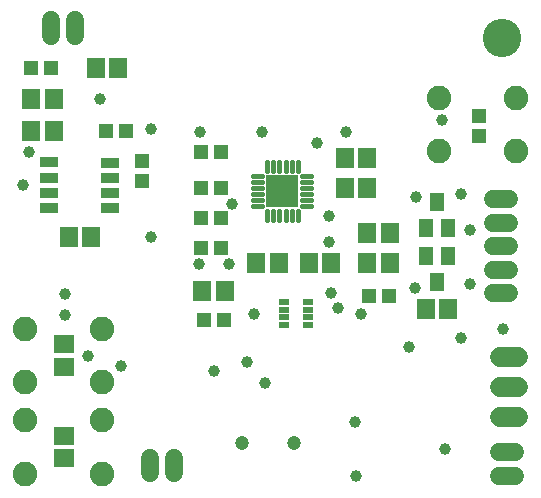
<source format=gbs>
G75*
%MOIN*%
%OFA0B0*%
%FSLAX25Y25*%
%IPPOS*%
%LPD*%
%AMOC8*
5,1,8,0,0,1.08239X$1,22.5*
%
%ADD10C,0.12800*%
%ADD11C,0.05950*%
%ADD12R,0.04737X0.05131*%
%ADD13R,0.05131X0.04737*%
%ADD14C,0.04737*%
%ADD15R,0.04737X0.06312*%
%ADD16R,0.05918X0.06706*%
%ADD17R,0.06706X0.05918*%
%ADD18C,0.08200*%
%ADD19C,0.06800*%
%ADD20C,0.01800*%
%ADD21R,0.11100X0.11100*%
%ADD22R,0.05918X0.03359*%
%ADD23R,0.03556X0.02178*%
%ADD24C,0.03900*%
D10*
X0169500Y0158360D03*
D11*
X0171888Y0104608D02*
X0166738Y0104608D01*
X0166738Y0096734D02*
X0171888Y0096734D01*
X0171888Y0088860D02*
X0166738Y0088860D01*
X0166738Y0080986D02*
X0171888Y0080986D01*
X0171888Y0073112D02*
X0166738Y0073112D01*
X0168738Y0020093D02*
X0173888Y0020093D01*
X0173888Y0012219D02*
X0168738Y0012219D01*
X0060142Y0013098D02*
X0060142Y0018248D01*
X0052268Y0018248D02*
X0052268Y0013098D01*
X0027232Y0158972D02*
X0027232Y0164122D01*
X0019358Y0164122D02*
X0019358Y0158972D01*
D12*
X0049500Y0117207D03*
X0049500Y0110514D03*
X0162000Y0125514D03*
X0162000Y0132207D03*
D13*
X0131846Y0072360D03*
X0125154Y0072360D03*
X0076846Y0064360D03*
X0070154Y0064360D03*
X0069154Y0088360D03*
X0075846Y0088360D03*
X0075846Y0098360D03*
X0069154Y0098360D03*
X0069154Y0108360D03*
X0075846Y0108360D03*
X0075846Y0120360D03*
X0069154Y0120360D03*
X0044346Y0127360D03*
X0037654Y0127360D03*
X0019346Y0148360D03*
X0012654Y0148360D03*
D14*
X0082839Y0023297D03*
X0100161Y0023297D03*
D15*
X0148000Y0077030D03*
X0144260Y0085691D03*
X0151740Y0085691D03*
X0151740Y0095030D03*
X0144260Y0095030D03*
X0148000Y0103691D03*
D16*
X0132240Y0093360D03*
X0124760Y0093360D03*
X0124760Y0083360D03*
X0132240Y0083360D03*
X0112740Y0083360D03*
X0105260Y0083360D03*
X0095240Y0083360D03*
X0087760Y0083360D03*
X0077240Y0073860D03*
X0069760Y0073860D03*
X0032740Y0091860D03*
X0025260Y0091860D03*
X0020240Y0127360D03*
X0012760Y0127360D03*
X0012760Y0137860D03*
X0020240Y0137860D03*
X0034260Y0148360D03*
X0041740Y0148360D03*
X0117260Y0118360D03*
X0124740Y0118360D03*
X0124740Y0108360D03*
X0117260Y0108360D03*
X0144260Y0067860D03*
X0151740Y0067860D03*
D17*
X0023500Y0056100D03*
X0023500Y0048620D03*
X0023500Y0025600D03*
X0023500Y0018120D03*
D18*
X0010700Y0012960D03*
X0010700Y0030760D03*
X0010700Y0043460D03*
X0010700Y0061260D03*
X0036300Y0061260D03*
X0036300Y0043460D03*
X0036300Y0030760D03*
X0036300Y0012960D03*
X0148700Y0120460D03*
X0148700Y0138260D03*
X0174300Y0138260D03*
X0174300Y0120460D03*
D19*
X0175000Y0051860D02*
X0169000Y0051860D01*
X0169000Y0041860D02*
X0175000Y0041860D01*
X0175000Y0031860D02*
X0169000Y0031860D01*
D20*
X0101487Y0097507D02*
X0101487Y0100507D01*
X0099500Y0100507D02*
X0099500Y0097507D01*
X0097514Y0097507D02*
X0097514Y0100507D01*
X0095407Y0100507D02*
X0095407Y0097507D01*
X0093431Y0097507D02*
X0093431Y0100507D01*
X0091434Y0100507D02*
X0091434Y0097507D01*
X0089787Y0102255D02*
X0086787Y0102255D01*
X0086787Y0104242D02*
X0089787Y0104242D01*
X0089787Y0106228D02*
X0086787Y0106228D01*
X0086787Y0108335D02*
X0089787Y0108335D01*
X0089787Y0110311D02*
X0086787Y0110311D01*
X0086787Y0112308D02*
X0089787Y0112308D01*
X0091434Y0114056D02*
X0091434Y0117056D01*
X0093431Y0117056D02*
X0093431Y0114056D01*
X0095407Y0114056D02*
X0095407Y0117056D01*
X0097514Y0117056D02*
X0097514Y0114056D01*
X0099500Y0114056D02*
X0099500Y0117056D01*
X0101487Y0117056D02*
X0101487Y0114056D01*
X0103135Y0112308D02*
X0106135Y0112308D01*
X0106135Y0110311D02*
X0103135Y0110311D01*
X0103135Y0108335D02*
X0106135Y0108335D01*
X0106135Y0106228D02*
X0103135Y0106228D01*
X0103135Y0104242D02*
X0106135Y0104242D01*
X0106135Y0102255D02*
X0103135Y0102255D01*
D21*
X0096421Y0107321D03*
D22*
X0038862Y0106703D03*
X0038862Y0101703D03*
X0038862Y0111703D03*
X0038862Y0116703D03*
X0018587Y0116880D03*
X0018587Y0111703D03*
X0018587Y0106703D03*
X0018587Y0101703D03*
D23*
X0096965Y0070199D03*
X0096965Y0067640D03*
X0096965Y0065081D03*
X0096965Y0062522D03*
X0105035Y0062522D03*
X0105035Y0065081D03*
X0105035Y0067640D03*
X0105035Y0070199D03*
D24*
X0112500Y0073360D03*
X0115000Y0068360D03*
X0122500Y0066360D03*
X0138500Y0055360D03*
X0156000Y0058360D03*
X0170000Y0061360D03*
X0159000Y0076360D03*
X0140500Y0074860D03*
X0159000Y0094360D03*
X0156000Y0106360D03*
X0141000Y0105360D03*
X0117500Y0126860D03*
X0108000Y0123360D03*
X0089500Y0126860D03*
X0069000Y0126860D03*
X0052500Y0127860D03*
X0035500Y0137860D03*
X0012000Y0120360D03*
X0010000Y0109360D03*
X0052500Y0091860D03*
X0068500Y0082860D03*
X0078500Y0082860D03*
X0087000Y0066360D03*
X0084500Y0050360D03*
X0090500Y0043360D03*
X0073500Y0047360D03*
X0042500Y0048860D03*
X0031500Y0052360D03*
X0024000Y0065860D03*
X0024000Y0072860D03*
X0079500Y0102860D03*
X0112000Y0098860D03*
X0112000Y0090360D03*
X0149500Y0130860D03*
X0120500Y0030360D03*
X0121000Y0012360D03*
X0150500Y0021360D03*
M02*

</source>
